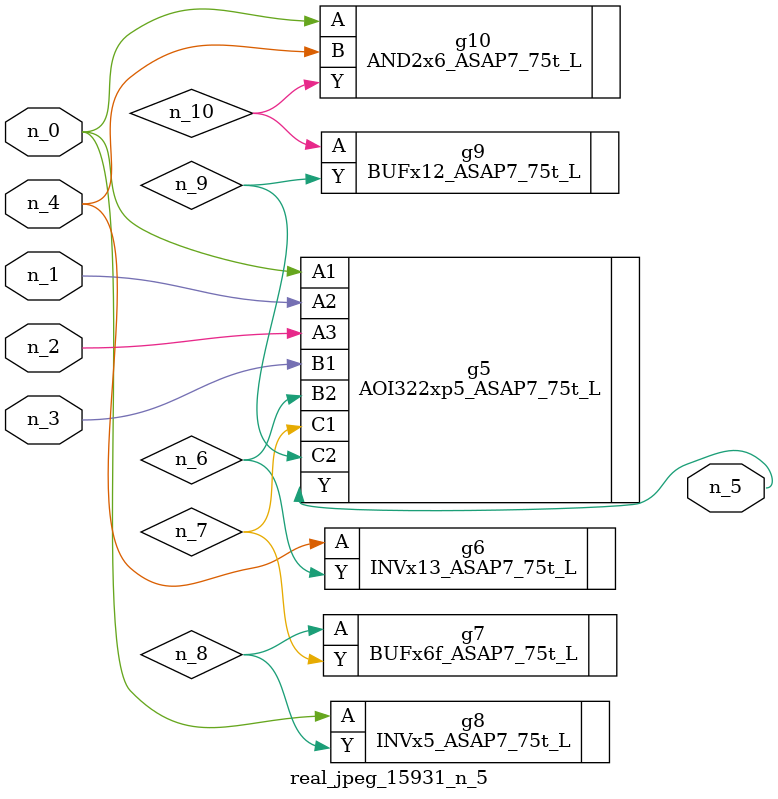
<source format=v>
module real_jpeg_15931_n_5 (n_4, n_0, n_1, n_2, n_3, n_5);

input n_4;
input n_0;
input n_1;
input n_2;
input n_3;

output n_5;

wire n_8;
wire n_6;
wire n_7;
wire n_10;
wire n_9;

AOI322xp5_ASAP7_75t_L g5 ( 
.A1(n_0),
.A2(n_1),
.A3(n_2),
.B1(n_3),
.B2(n_6),
.C1(n_7),
.C2(n_9),
.Y(n_5)
);

INVx5_ASAP7_75t_L g8 ( 
.A(n_0),
.Y(n_8)
);

AND2x6_ASAP7_75t_L g10 ( 
.A(n_0),
.B(n_4),
.Y(n_10)
);

INVx13_ASAP7_75t_L g6 ( 
.A(n_4),
.Y(n_6)
);

BUFx6f_ASAP7_75t_L g7 ( 
.A(n_8),
.Y(n_7)
);

BUFx12_ASAP7_75t_L g9 ( 
.A(n_10),
.Y(n_9)
);


endmodule
</source>
